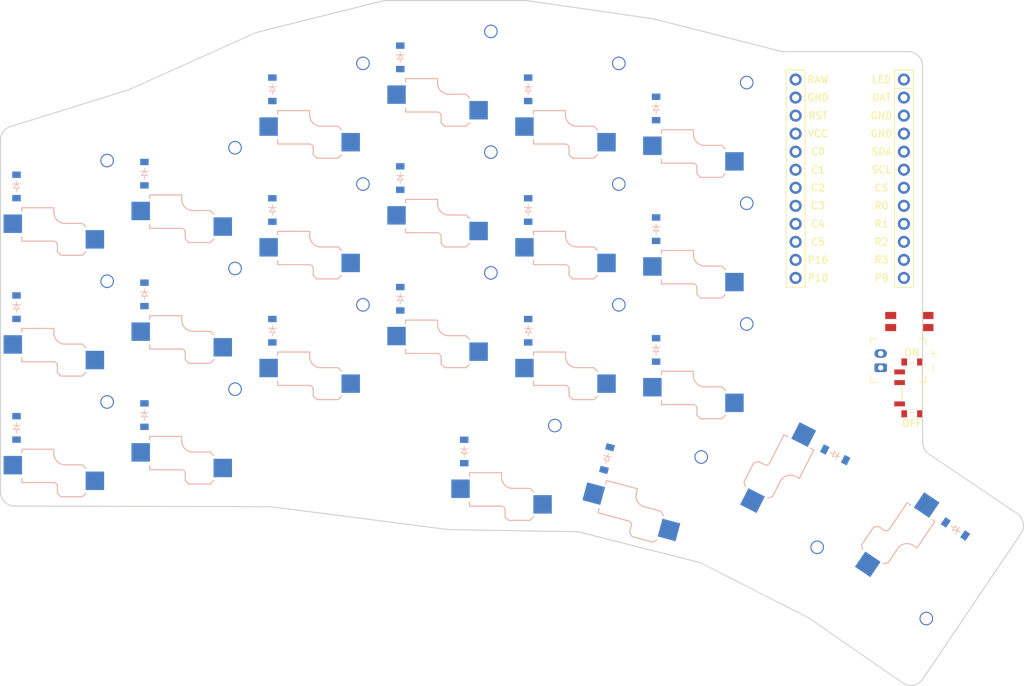
<source format=kicad_pcb>
(kicad_pcb (version 20240108) (generator "ergogen") (generator_version "4.1.0")
  (title_block (title "scyboard") (date "2025-06-05") (rev "1") (company "Scybin"))
  (layers (0 "F.Cu" signal) (31 "B.Cu" signal) (34 "B.Paste" user) (35 "F.Paste" user) (36 "B.SilkS" user "B.Silkscreen") (37 "F.SilkS" user "F.Silkscreen") (38 "B.Mask" user) (39 "F.Mask" user) (44 "Edge.Cuts" user))
  (net 0 "")
  (net 1 "C0")
  (net 2 "outer_bottom_B")
  (net 3 "GND")
  (net 4 "D1")
  (net 5 "D2")
  (net 6 "outer_home_B")
  (net 7 "outer_top_B")
  (net 8 "C1")
  (net 9 "pinky_bottom_B")
  (net 10 "pinky_home_B")
  (net 11 "pinky_top_B")
  (net 12 "C2")
  (net 13 "ring_bottom_B")
  (net 14 "ring_home_B")
  (net 15 "ring_top_B")
  (net 16 "C3")
  (net 17 "middle_bottom_B")
  (net 18 "middle_home_B")
  (net 19 "middle_top_B")
  (net 20 "C4")
  (net 21 "index_bottom_B")
  (net 22 "index_home_B")
  (net 23 "index_top_B")
  (net 24 "C5")
  (net 25 "inner_bottom_B")
  (net 26 "inner_home_B")
  (net 27 "inner_top_B")
  (net 28 "tuck_cluster_B")
  (net 29 "layer_cluster_B")
  (net 30 "space_cluster_B")
  (net 31 "reach_cluster_B")
  (net 32 "R2")
  (net 33 "R1")
  (net 34 "R0")
  (net 35 "R3")
  (net 36 "RAW")
  (net 37 "RST")
  (net 38 "VCC")
  (net 39 "P16")
  (net 40 "P10")
  (net 41 "LED")
  (net 42 "DAT")
  (net 43 "SDA")
  (net 44 "SCL")
  (net 45 "CS")
  (net 46 "P9")
  (net 47 "P101")
  (net 48 "P102")
  (net 49 "P107")
  (net 50 "MCU1_24")
  (net 51 "MCU1_1")
  (net 52 "MCU1_23")
  (net 53 "MCU1_2")
  (net 54 "MCU1_22")
  (net 55 "MCU1_3")
  (net 56 "MCU1_21")
  (net 57 "MCU1_4")
  (net 58 "MCU1_20")
  (net 59 "MCU1_5")
  (net 60 "MCU1_19")
  (net 61 "MCU1_6")
  (net 62 "MCU1_18")
  (net 63 "MCU1_7")
  (net 64 "MCU1_17")
  (net 65 "MCU1_8")
  (net 66 "MCU1_16")
  (net 67 "MCU1_9")
  (net 68 "MCU1_15")
  (net 69 "MCU1_10")
  (net 70 "MCU1_14")
  (net 71 "MCU1_11")
  (net 72 "MCU1_13")
  (net 73 "MCU1_12")
  (net 74 "BAT_P")
  (net 75 "JST1_1")
  (net 76 "JST1_2")
  (footprint "ceoloide:switch_choc_v1_v2" (layer "B.Cu") (at 50 100 180)
    (property "Reference" "S1" hide)
    (pad "" np_thru_hole circle (at 0 0 180) (size 5 5) (drill 5) (layers "*.Cu" "*.Mask"))
    (pad "" np_thru_hole circle (at 5.5 0 180) (size 1.9 1.9) (drill 1.9) (layers "*.Cu" "*.Mask"))
    (pad "" np_thru_hole circle (at -5.5 0 180) (size 1.9 1.9) (drill 1.9) (layers "*.Cu" "*.Mask"))
    (pad "" thru_hole circle (at -5.00 5.15 180) (size 1.9 1.9) (drill 1.6) (layers "*.Cu" "*.Mask"))
    (pad "" np_thru_hole circle (at 0 -5.95 180) (size 3 3) (drill 3) (layers "*.Cu" "*.Mask"))
    (pad "1" smd rect (at -3.275 -5.95 180) (size 2.6 2.6) (layers "B.Cu" "B.Paste" "B.Mask") (net 1 "C0"))
    (pad "2" smd rect (at 8.275 -3.75 180) (size 2.6 2.6) (layers "B.Cu" "B.Paste" "B.Mask") (net 2 "outer_bottom_B"))
    (pad "" np_thru_hole circle (at 5 -3.75 375) (size 3 3) (drill 3) (layers "*.Cu" "*.Mask"))
  )
  (footprint "ceoloide:switch_choc_v1_v2" (layer "B.Cu") (at 50 83 180)
    (property "Reference" "S2" hide)
    (pad "" np_thru_hole circle (at 0 0 180) (size 5 5) (drill 5) (layers "*.Cu" "*.Mask"))
    (pad "" np_thru_hole circle (at 5.5 0 180) (size 1.9 1.9) (drill 1.9) (layers "*.Cu" "*.Mask"))
    (pad "" np_thru_hole circle (at -5.5 0 180) (size 1.9 1.9) (drill 1.9) (layers "*.Cu" "*.Mask"))
    (pad "" thru_hole circle (at -5.00 5.15 180) (size 1.9 1.9) (drill 1.6) (layers "*.Cu" "*.Mask"))
    (pad "" np_thru_hole circle (at 0 -5.95 180) (size 3 3) (drill 3) (layers "*.Cu" "*.Mask"))
    (pad "1" smd rect (at -3.275 -5.95 180) (size 2.6 2.6) (layers "B.Cu" "B.Paste" "B.Mask") (net 1 "C0"))
    (pad "2" smd rect (at 8.275 -3.75 180) (size 2.6 2.6) (layers "B.Cu" "B.Paste" "B.Mask") (net 6 "outer_home_B"))
    (pad "" np_thru_hole circle (at 5 -3.75 375) (size 3 3) (drill 3) (layers "*.Cu" "*.Mask"))
  )
  (footprint "ceoloide:switch_choc_v1_v2" (layer "B.Cu") (at 50 66 180)
    (property "Reference" "S3" hide)
    (pad "" np_thru_hole circle (at 0 0 180) (size 5 5) (drill 5) (layers "*.Cu" "*.Mask"))
    (pad "" np_thru_hole circle (at 5.5 0 180) (size 1.9 1.9) (drill 1.9) (layers "*.Cu" "*.Mask"))
    (pad "" np_thru_hole circle (at -5.5 0 180) (size 1.9 1.9) (drill 1.9) (layers "*.Cu" "*.Mask"))
    (pad "" thru_hole circle (at -5.00 5.15 180) (size 1.9 1.9) (drill 1.6) (layers "*.Cu" "*.Mask"))
    (pad "" np_thru_hole circle (at 0 -5.95 180) (size 3 3) (drill 3) (layers "*.Cu" "*.Mask"))
    (pad "1" smd rect (at -3.275 -5.95 180) (size 2.6 2.6) (layers "B.Cu" "B.Paste" "B.Mask") (net 1 "C0"))
    (pad "2" smd rect (at 8.275 -3.75 180) (size 2.6 2.6) (layers "B.Cu" "B.Paste" "B.Mask") (net 7 "outer_top_B"))
    (pad "" np_thru_hole circle (at 5 -3.75 375) (size 3 3) (drill 3) (layers "*.Cu" "*.Mask"))
  )
  (footprint "ceoloide:switch_choc_v1_v2" (layer "B.Cu") (at 68 98.2 180)
    (property "Reference" "S4" hide)
    (pad "" np_thru_hole circle (at 0 0 180) (size 5 5) (drill 5) (layers "*.Cu" "*.Mask"))
    (pad "" np_thru_hole circle (at 5.5 0 180) (size 1.9 1.9) (drill 1.9) (layers "*.Cu" "*.Mask"))
    (pad "" np_thru_hole circle (at -5.5 0 180) (size 1.9 1.9) (drill 1.9) (layers "*.Cu" "*.Mask"))
    (pad "" thru_hole circle (at -5.00 5.15 180) (size 1.9 1.9) (drill 1.6) (layers "*.Cu" "*.Mask"))
    (pad "" np_thru_hole circle (at 0 -5.95 180) (size 3 3) (drill 3) (layers "*.Cu" "*.Mask"))
    (pad "1" smd rect (at -3.275 -5.95 180) (size 2.6 2.6) (layers "B.Cu" "B.Paste" "B.Mask") (net 8 "C1"))
    (pad "2" smd rect (at 8.275 -3.75 180) (size 2.6 2.6) (layers "B.Cu" "B.Paste" "B.Mask") (net 9 "pinky_bottom_B"))
    (pad "" np_thru_hole circle (at 5 -3.75 375) (size 3 3) (drill 3) (layers "*.Cu" "*.Mask"))
  )
  (footprint "ceoloide:switch_choc_v1_v2" (layer "B.Cu") (at 68 81.2 180)
    (property "Reference" "S5" hide)
    (pad "" np_thru_hole circle (at 0 0 180) (size 5 5) (drill 5) (layers "*.Cu" "*.Mask"))
    (pad "" np_thru_hole circle (at 5.5 0 180) (size 1.9 1.9) (drill 1.9) (layers "*.Cu" "*.Mask"))
    (pad "" np_thru_hole circle (at -5.5 0 180) (size 1.9 1.9) (drill 1.9) (layers "*.Cu" "*.Mask"))
    (pad "" thru_hole circle (at -5.00 5.15 180) (size 1.9 1.9) (drill 1.6) (layers "*.Cu" "*.Mask"))
    (pad "" np_thru_hole circle (at 0 -5.95 180) (size 3 3) (drill 3) (layers "*.Cu" "*.Mask"))
    (pad "1" smd rect (at -3.275 -5.95 180) (size 2.6 2.6) (layers "B.Cu" "B.Paste" "B.Mask") (net 8 "C1"))
    (pad "2" smd rect (at 8.275 -3.75 180) (size 2.6 2.6) (layers "B.Cu" "B.Paste" "B.Mask") (net 10 "pinky_home_B"))
    (pad "" np_thru_hole circle (at 5 -3.75 375) (size 3 3) (drill 3) (layers "*.Cu" "*.Mask"))
  )
  (footprint "ceoloide:switch_choc_v1_v2" (layer "B.Cu") (at 68 64.2 180)
    (property "Reference" "S6" hide)
    (pad "" np_thru_hole circle (at 0 0 180) (size 5 5) (drill 5) (layers "*.Cu" "*.Mask"))
    (pad "" np_thru_hole circle (at 5.5 0 180) (size 1.9 1.9) (drill 1.9) (layers "*.Cu" "*.Mask"))
    (pad "" np_thru_hole circle (at -5.5 0 180) (size 1.9 1.9) (drill 1.9) (layers "*.Cu" "*.Mask"))
    (pad "" thru_hole circle (at -5.00 5.15 180) (size 1.9 1.9) (drill 1.6) (layers "*.Cu" "*.Mask"))
    (pad "" np_thru_hole circle (at 0 -5.95 180) (size 3 3) (drill 3) (layers "*.Cu" "*.Mask"))
    (pad "1" smd rect (at -3.275 -5.95 180) (size 2.6 2.6) (layers "B.Cu" "B.Paste" "B.Mask") (net 8 "C1"))
    (pad "2" smd rect (at 8.275 -3.75 180) (size 2.6 2.6) (layers "B.Cu" "B.Paste" "B.Mask") (net 11 "pinky_top_B"))
    (pad "" np_thru_hole circle (at 5 -3.75 375) (size 3 3) (drill 3) (layers "*.Cu" "*.Mask"))
  )
  (footprint "ceoloide:switch_choc_v1_v2" (layer "B.Cu") (at 86 86.32 180)
    (property "Reference" "S7" hide)
    (pad "" np_thru_hole circle (at 0 0 180) (size 5 5) (drill 5) (layers "*.Cu" "*.Mask"))
    (pad "" np_thru_hole circle (at 5.5 0 180) (size 1.9 1.9) (drill 1.9) (layers "*.Cu" "*.Mask"))
    (pad "" np_thru_hole circle (at -5.5 0 180) (size 1.9 1.9) (drill 1.9) (layers "*.Cu" "*.Mask"))
    (pad "" thru_hole circle (at -5.00 5.15 180) (size 1.9 1.9) (drill 1.6) (layers "*.Cu" "*.Mask"))
    (pad "" np_thru_hole circle (at 0 -5.95 180) (size 3 3) (drill 3) (layers "*.Cu" "*.Mask"))
    (pad "1" smd rect (at -3.275 -5.95 180) (size 2.6 2.6) (layers "B.Cu" "B.Paste" "B.Mask") (net 12 "C2"))
    (pad "2" smd rect (at 8.275 -3.75 180) (size 2.6 2.6) (layers "B.Cu" "B.Paste" "B.Mask") (net 13 "ring_bottom_B"))
    (pad "" np_thru_hole circle (at 5 -3.75 375) (size 3 3) (drill 3) (layers "*.Cu" "*.Mask"))
  )
  (footprint "ceoloide:switch_choc_v1_v2" (layer "B.Cu") (at 86 69.32 180)
    (property "Reference" "S8" hide)
    (pad "" np_thru_hole circle (at 0 0 180) (size 5 5) (drill 5) (layers "*.Cu" "*.Mask"))
    (pad "" np_thru_hole circle (at 5.5 0 180) (size 1.9 1.9) (drill 1.9) (layers "*.Cu" "*.Mask"))
    (pad "" np_thru_hole circle (at -5.5 0 180) (size 1.9 1.9) (drill 1.9) (layers "*.Cu" "*.Mask"))
    (pad "" thru_hole circle (at -5.00 5.15 180) (size 1.9 1.9) (drill 1.6) (layers "*.Cu" "*.Mask"))
    (pad "" np_thru_hole circle (at 0 -5.95 180) (size 3 3) (drill 3) (layers "*.Cu" "*.Mask"))
    (pad "1" smd rect (at -3.275 -5.95 180) (size 2.6 2.6) (layers "B.Cu" "B.Paste" "B.Mask") (net 12 "C2"))
    (pad "2" smd rect (at 8.275 -3.75 180) (size 2.6 2.6) (layers "B.Cu" "B.Paste" "B.Mask") (net 14 "ring_home_B"))
    (pad "" np_thru_hole circle (at 5 -3.75 375) (size 3 3) (drill 3) (layers "*.Cu" "*.Mask"))
  )
  (footprint "ceoloide:switch_choc_v1_v2" (layer "B.Cu") (at 86 52.31999999999999 180)
    (property "Reference" "S9" hide)
    (pad "" np_thru_hole circle (at 0 0 180) (size 5 5) (drill 5) (layers "*.Cu" "*.Mask"))
    (pad "" np_thru_hole circle (at 5.5 0 180) (size 1.9 1.9) (drill 1.9) (layers "*.Cu" "*.Mask"))
    (pad "" np_thru_hole circle (at -5.5 0 180) (size 1.9 1.9) (drill 1.9) (layers "*.Cu" "*.Mask"))
    (pad "" thru_hole circle (at -5.00 5.15 180) (size 1.9 1.9) (drill 1.6) (layers "*.Cu" "*.Mask"))
    (pad "" np_thru_hole circle (at 0 -5.95 180) (size 3 3) (drill 3) (layers "*.Cu" "*.Mask"))
    (pad "1" smd rect (at -3.275 -5.95 180) (size 2.6 2.6) (layers "B.Cu" "B.Paste" "B.Mask") (net 12 "C2"))
    (pad "2" smd rect (at 8.275 -3.75 180) (size 2.6 2.6) (layers "B.Cu" "B.Paste" "B.Mask") (net 15 "ring_top_B"))
    (pad "" np_thru_hole circle (at 5 -3.75 375) (size 3 3) (drill 3) (layers "*.Cu" "*.Mask"))
  )
  (footprint "ceoloide:switch_choc_v1_v2" (layer "B.Cu") (at 104 81.82 180)
    (property "Reference" "S10" hide)
    (pad "" np_thru_hole circle (at 0 0 180) (size 5 5) (drill 5) (layers "*.Cu" "*.Mask"))
    (pad "" np_thru_hole circle (at 5.5 0 180) (size 1.9 1.9) (drill 1.9) (layers "*.Cu" "*.Mask"))
    (pad "" np_thru_hole circle (at -5.5 0 180) (size 1.9 1.9) (drill 1.9) (layers "*.Cu" "*.Mask"))
    (pad "" thru_hole circle (at -5.00 5.15 180) (size 1.9 1.9) (drill 1.6) (layers "*.Cu" "*.Mask"))
    (pad "" np_thru_hole circle (at 0 -5.95 180) (size 3 3) (drill 3) (layers "*.Cu" "*.Mask"))
    (pad "1" smd rect (at -3.275 -5.95 180) (size 2.6 2.6) (layers "B.Cu" "B.Paste" "B.Mask") (net 16 "C3"))
    (pad "2" smd rect (at 8.275 -3.75 180) (size 2.6 2.6) (layers "B.Cu" "B.Paste" "B.Mask") (net 17 "middle_bottom_B"))
    (pad "" np_thru_hole circle (at 5 -3.75 375) (size 3 3) (drill 3) (layers "*.Cu" "*.Mask"))
  )
  (footprint "ceoloide:switch_choc_v1_v2" (layer "B.Cu") (at 104 64.82 180)
    (property "Reference" "S11" hide)
    (pad "" np_thru_hole circle (at 0 0 180) (size 5 5) (drill 5) (layers "*.Cu" "*.Mask"))
    (pad "" np_thru_hole circle (at 5.5 0 180) (size 1.9 1.9) (drill 1.9) (layers "*.Cu" "*.Mask"))
    (pad "" np_thru_hole circle (at -5.5 0 180) (size 1.9 1.9) (drill 1.9) (layers "*.Cu" "*.Mask"))
    (pad "" thru_hole circle (at -5.00 5.15 180) (size 1.9 1.9) (drill 1.6) (layers "*.Cu" "*.Mask"))
    (pad "" np_thru_hole circle (at 0 -5.95 180) (size 3 3) (drill 3) (layers "*.Cu" "*.Mask"))
    (pad "1" smd rect (at -3.275 -5.95 180) (size 2.6 2.6) (layers "B.Cu" "B.Paste" "B.Mask") (net 16 "C3"))
    (pad "2" smd rect (at 8.275 -3.75 180) (size 2.6 2.6) (layers "B.Cu" "B.Paste" "B.Mask") (net 18 "middle_home_B"))
    (pad "" np_thru_hole circle (at 5 -3.75 375) (size 3 3) (drill 3) (layers "*.Cu" "*.Mask"))
  )
  (footprint "ceoloide:switch_choc_v1_v2" (layer "B.Cu") (at 104 47.81999999999999 180)
    (property "Reference" "S12" hide)
    (pad "" np_thru_hole circle (at 0 0 180) (size 5 5) (drill 5) (layers "*.Cu" "*.Mask"))
    (pad "" np_thru_hole circle (at 5.5 0 180) (size 1.9 1.9) (drill 1.9) (layers "*.Cu" "*.Mask"))
    (pad "" np_thru_hole circle (at -5.5 0 180) (size 1.9 1.9) (drill 1.9) (layers "*.Cu" "*.Mask"))
    (pad "" thru_hole circle (at -5.00 5.15 180) (size 1.9 1.9) (drill 1.6) (layers "*.Cu" "*.Mask"))
    (pad "" np_thru_hole circle (at 0 -5.95 180) (size 3 3) (drill 3) (layers "*.Cu" "*.Mask"))
    (pad "1" smd rect (at -3.275 -5.95 180) (size 2.6 2.6) (layers "B.Cu" "B.Paste" "B.Mask") (net 16 "C3"))
    (pad "2" smd rect (at 8.275 -3.75 180) (size 2.6 2.6) (layers "B.Cu" "B.Paste" "B.Mask") (net 19 "middle_top_B"))
    (pad "" np_thru_hole circle (at 5 -3.75 375) (size 3 3) (drill 3) (layers "*.Cu" "*.Mask"))
  )
  (footprint "ceoloide:switch_choc_v1_v2" (layer "B.Cu") (at 122 86.32 180)
    (property "Reference" "S13" hide)
    (pad "" np_thru_hole circle (at 0 0 180) (size 5 5) (drill 5) (layers "*.Cu" "*.Mask"))
    (pad "" np_thru_hole circle (at 5.5 0 180) (size 1.9 1.9) (drill 1.9) (layers "*.Cu" "*.Mask"))
    (pad "" np_thru_hole circle (at -5.5 0 180) (size 1.9 1.9) (drill 1.9) (layers "*.Cu" "*.Mask"))
    (pad "" thru_hole circle (at -5.00 5.15 180) (size 1.9 1.9) (drill 1.6) (layers "*.Cu" "*.Mask"))
    (pad "" np_thru_hole circle (at 0 -5.95 180) (size 3 3) (drill 3) (layers "*.Cu" "*.Mask"))
    (pad "1" smd rect (at -3.275 -5.95 180) (size 2.6 2.6) (layers "B.Cu" "B.Paste" "B.Mask") (net 20 "C4"))
    (pad "2" smd rect (at 8.275 -3.75 180) (size 2.6 2.6) (layers "B.Cu" "B.Paste" "B.Mask") (net 21 "index_bottom_B"))
    (pad "" np_thru_hole circle (at 5 -3.75 375) (size 3 3) (drill 3) (layers "*.Cu" "*.Mask"))
  )
  (footprint "ceoloide:switch_choc_v1_v2" (layer "B.Cu") (at 122 69.32 180)
    (property "Reference" "S14" hide)
    (pad "" np_thru_hole circle (at 0 0 180) (size 5 5) (drill 5) (layers "*.Cu" "*.Mask"))
    (pad "" np_thru_hole circle (at 5.5 0 180) (size 1.9 1.9) (drill 1.9) (layers "*.Cu" "*.Mask"))
    (pad "" np_thru_hole circle (at -5.5 0 180) (size 1.9 1.9) (drill 1.9) (layers "*.Cu" "*.Mask"))
    (pad "" thru_hole circle (at -5.00 5.15 180) (size 1.9 1.9) (drill 1.6) (layers "*.Cu" "*.Mask"))
    (pad "" np_thru_hole circle (at 0 -5.95 180) (size 3 3) (drill 3) (layers "*.Cu" "*.Mask"))
    (pad "1" smd rect (at -3.275 -5.95 180) (size 2.6 2.6) (layers "B.Cu" "B.Paste" "B.Mask") (net 20 "C4"))
    (pad "2" smd rect (at 8.275 -3.75 180) (size 2.6 2.6) (layers "B.Cu" "B.Paste" "B.Mask") (net 22 "index_home_B"))
    (pad "" np_thru_hole circle (at 5 -3.75 375) (size 3 3) (drill 3) (layers "*.Cu" "*.Mask"))
  )
  (footprint "ceoloide:switch_choc_v1_v2" (layer "B.Cu") (at 122 52.31999999999999 180)
    (property "Reference" "S15" hide)
    (pad "" np_thru_hole circle (at 0 0 180) (size 5 5) (drill 5) (layers "*.Cu" "*.Mask"))
    (pad "" np_thru_hole circle (at 5.5 0 180) (size 1.9 1.9) (drill 1.9) (layers "*.Cu" "*.Mask"))
    (pad "" np_thru_hole circle (at -5.5 0 180) (size 1.9 1.9) (drill 1.9) (layers "*.Cu" "*.Mask"))
    (pad "" thru_hole circle (at -5.00 5.15 180) (size 1.9 1.9) (drill 1.6) (layers "*.Cu" "*.Mask"))
    (pad "" np_thru_hole circle (at 0 -5.95 180) (size 3 3) (drill 3) (layers "*.Cu" "*.Mask"))
    (pad "1" smd rect (at -3.275 -5.95 180) (size 2.6 2.6) (layers "B.Cu" "B.Paste" "B.Mask") (net 20 "C4"))
    (pad "2" smd rect (at 8.275 -3.75 180) (size 2.6 2.6) (layers "B.Cu" "B.Paste" "B.Mask") (net 23 "index_top_B"))
    (pad "" np_thru_hole circle (at 5 -3.75 375) (size 3 3) (drill 3) (layers "*.Cu" "*.Mask"))
  )
  (footprint "ceoloide:switch_choc_v1_v2" (layer "B.Cu") (at 140 89.02 180)
    (property "Reference" "S16" hide)
    (pad "" np_thru_hole circle (at 0 0 180) (size 5 5) (drill 5) (layers "*.Cu" "*.Mask"))
    (pad "" np_thru_hole circle (at 5.5 0 180) (size 1.9 1.9) (drill 1.9) (layers "*.Cu" "*.Mask"))
    (pad "" np_thru_hole circle (at -5.5 0 180) (size 1.9 1.9) (drill 1.9) (layers "*.Cu" "*.Mask"))
    (pad "" thru_hole circle (at -5.00 5.15 180) (size 1.9 1.9) (drill 1.6) (layers "*.Cu" "*.Mask"))
    (pad "" np_thru_hole circle (at 0 -5.95 180) (size 3 3) (drill 3) (layers "*.Cu" "*.Mask"))
    (pad "1" smd rect (at -3.275 -5.95 180) (size 2.6 2.6) (layers "B.Cu" "B.Paste" "B.Mask") (net 24 "C5"))
    (pad "2" smd rect (at 8.275 -3.75 180) (size 2.6 2.6) (layers "B.Cu" "B.Paste" "B.Mask") (net 25 "inner_bottom_B"))
    (pad "" np_thru_hole circle (at 5 -3.75 375) (size 3 3) (drill 3) (layers "*.Cu" "*.Mask"))
  )
  (footprint "ceoloide:switch_choc_v1_v2" (layer "B.Cu") (at 140 72.02 180)
    (property "Reference" "S17" hide)
    (pad "" np_thru_hole circle (at 0 0 180) (size 5 5) (drill 5) (layers "*.Cu" "*.Mask"))
    (pad "" np_thru_hole circle (at 5.5 0 180) (size 1.9 1.9) (drill 1.9) (layers "*.Cu" "*.Mask"))
    (pad "" np_thru_hole circle (at -5.5 0 180) (size 1.9 1.9) (drill 1.9) (layers "*.Cu" "*.Mask"))
    (pad "" thru_hole circle (at -5.00 5.15 180) (size 1.9 1.9) (drill 1.6) (layers "*.Cu" "*.Mask"))
    (pad "" np_thru_hole circle (at 0 -5.95 180) (size 3 3) (drill 3) (layers "*.Cu" "*.Mask"))
    (pad "1" smd rect (at -3.275 -5.95 180) (size 2.6 2.6) (layers "B.Cu" "B.Paste" "B.Mask") (net 24 "C5"))
    (pad "2" smd rect (at 8.275 -3.75 180) (size 2.6 2.6) (layers "B.Cu" "B.Paste" "B.Mask") (net 26 "inner_home_B"))
    (pad "" np_thru_hole circle (at 5 -3.75 375) (size 3 3) (drill 3) (layers "*.Cu" "*.Mask"))
  )
  (footprint "ceoloide:switch_choc_v1_v2" (layer "B.Cu") (at 140 55.019999999999996 180)
    (property "Reference" "S18" hide)
    (pad "" np_thru_hole circle (at 0 0 180) (size 5 5) (drill 5) (layers "*.Cu" "*.Mask"))
    (pad "" np_thru_hole circle (at 5.5 0 180) (size 1.9 1.9) (drill 1.9) (layers "*.Cu" "*.Mask"))
    (pad "" np_thru_hole circle (at -5.5 0 180) (size 1.9 1.9) (drill 1.9) (layers "*.Cu" "*.Mask"))
    (pad "" thru_hole circle (at -5.00 5.15 180) (size 1.9 1.9) (drill 1.6) (layers "*.Cu" "*.Mask"))
    (pad "" np_thru_hole circle (at 0 -5.95 180) (size 3 3) (drill 3) (layers "*.Cu" "*.Mask"))
    (pad "1" smd rect (at -3.275 -5.95 180) (size 2.6 2.6) (layers "B.Cu" "B.Paste" "B.Mask") (net 24 "C5"))
    (pad "2" smd rect (at 8.275 -3.75 180) (size 2.6 2.6) (layers "B.Cu" "B.Paste" "B.Mask") (net 27 "inner_top_B"))
    (pad "" np_thru_hole circle (at 5 -3.75 375) (size 3 3) (drill 3) (layers "*.Cu" "*.Mask"))
  )
  (footprint "ceoloide:switch_choc_v1_v2" (layer "B.Cu") (at 113 103.32 180)
    (property "Reference" "S19" hide)
    (pad "" np_thru_hole circle (at 0 0 180) (size 5 5) (drill 5) (layers "*.Cu" "*.Mask"))
    (pad "" np_thru_hole circle (at 5.5 0 180) (size 1.9 1.9) (drill 1.9) (layers "*.Cu" "*.Mask"))
    (pad "" np_thru_hole circle (at -5.5 0 180) (size 1.9 1.9) (drill 1.9) (layers "*.Cu" "*.Mask"))
    (pad "" thru_hole circle (at -5.00 5.15 180) (size 1.9 1.9) (drill 1.6) (layers "*.Cu" "*.Mask"))
    (pad "" np_thru_hole circle (at 0 -5.95 180) (size 3 3) (drill 3) (layers "*.Cu" "*.Mask"))
    (pad "1" smd rect (at -3.275 -5.95 180) (size 2.6 2.6) (layers "B.Cu" "B.Paste" "B.Mask") (net 12 "C2"))
    (pad "2" smd rect (at 8.275 -3.75 180) (size 2.6 2.6) (layers "B.Cu" "B.Paste" "B.Mask") (net 28 "tuck_cluster_B"))
    (pad "" np_thru_hole circle (at 5 -3.75 375) (size 3 3) (drill 3) (layers "*.Cu" "*.Mask"))
  )
  (footprint "ceoloide:switch_choc_v1_v2" (layer "B.Cu") (at 132.44 106.28 165)
    (property "Reference" "S20" hide)
    (pad "" np_thru_hole circle (at 0 0 165) (size 5 5) (drill 5) (layers "*.Cu" "*.Mask"))
    (pad "" np_thru_hole circle (at 5.5 0 165) (size 1.9 1.9) (drill 1.9) (layers "*.Cu" "*.Mask"))
    (pad "" np_thru_hole circle (at -5.5 0 165) (size 1.9 1.9) (drill 1.9) (layers "*.Cu" "*.Mask"))
    (pad "" thru_hole circle (at -5.00 5.15 165) (size 1.9 1.9) (drill 1.6) (layers "*.Cu" "*.Mask"))
    (pad "" np_thru_hole circle (at 0 -5.95 165) (size 3 3) (drill 3) (layers "*.Cu" "*.Mask"))
    (pad "1" smd rect (at -3.275 -5.95 165) (size 2.6 2.6) (layers "B.Cu" "B.Paste" "B.Mask") (net 16 "C3"))
    (pad "2" smd rect (at 8.275 -3.75 165) (size 2.6 2.6) (layers "B.Cu" "B.Paste" "B.Mask") (net 29 "layer_cluster_B"))
    (pad "" np_thru_hole circle (at 5 -3.75 360) (size 3 3) (drill 3) (layers "*.Cu" "*.Mask"))
  )
  (footprint "ceoloide:switch_choc_v1_v2" (layer "B.Cu") (at 152.6 108.52 63)
    (property "Reference" "S21" hide)
    (pad "" np_thru_hole circle (at 0 0 63) (size 5 5) (drill 5) (layers "*.Cu" "*.Mask"))
    (pad "" np_thru_hole circle (at 5.5 0 63) (size 1.9 1.9) (drill 1.9) (layers "*.Cu" "*.Mask"))
    (pad "" np_thru_hole circle (at -5.5 0 63) (size 1.9 1.9) (drill 1.9) (layers "*.Cu" "*.Mask"))
    (pad "" thru_hole circle (at -5.00 5.15 63) (size 1.9 1.9) (drill 1.6) (layers "*.Cu" "*.Mask"))
    (pad "" np_thru_hole circle (at 0 -5.95 63) (size 3 3) (drill 3) (layers "*.Cu" "*.Mask"))
    (pad "1" smd rect (at -3.275 -5.95 63) (size 2.6 2.6) (layers "B.Cu" "B.Paste" "B.Mask") (net 20 "C4"))
    (pad "2" smd rect (at 8.275 -3.75 63) (size 2.6 2.6) (layers "B.Cu" "B.Paste" "B.Mask") (net 30 "space_cluster_B"))
    (pad "" np_thru_hole circle (at 5 -3.75 258) (size 3 3) (drill 3) (layers "*.Cu" "*.Mask"))
  )
  (footprint "ceoloide:switch_choc_v1_v2" (layer "B.Cu") (at 168.8 118.32 56)
    (property "Reference" "S22" hide)
    (pad "" np_thru_hole circle (at 0 0 56) (size 5 5) (drill 5) (layers "*.Cu" "*.Mask"))
    (pad "" np_thru_hole circle (at 5.5 0 56) (size 1.9 1.9) (drill 1.9) (layers "*.Cu" "*.Mask"))
    (pad "" np_thru_hole circle (at -5.5 0 56) (size 1.9 1.9) (drill 1.9) (layers "*.Cu" "*.Mask"))
    (pad "" thru_hole circle (at -5.00 5.15 56) (size 1.9 1.9) (drill 1.6) (layers "*.Cu" "*.Mask"))
    (pad "" np_thru_hole circle (at 0 -5.95 56) (size 3 3) (drill 3) (layers "*.Cu" "*.Mask"))
    (pad "1" smd rect (at -3.275 -5.95 56) (size 2.6 2.6) (layers "B.Cu" "B.Paste" "B.Mask") (net 24 "C5"))
    (pad "2" smd rect (at 8.275 -3.75 56) (size 2.6 2.6) (layers "B.Cu" "B.Paste" "B.Mask") (net 31 "reach_cluster_B"))
    (pad "" np_thru_hole circle (at 5 -3.75 251) (size 3 3) (drill 3) (layers "*.Cu" "*.Mask"))
  )
  (footprint "ceoloide:diode_tht_sod123" (layer "B.Cu") (at 42.25 98.5 -90)
    (property "Reference" "D1" hide)
    (pad "1" smd rect (at -1.65 0 -90) (size 0.9 1.2) (layers "B.Cu" "B.Paste" "B.Mask") (net 32 "R2"))
    (pad "2" smd rect (at 1.65 0 -90) (size 0.9 1.2) (layers "B.Cu" "B.Paste" "B.Mask") (net 2 "outer_bottom_B"))
  )
  (footprint "ceoloide:diode_tht_sod123" (layer "B.Cu") (at 42.25 81.5 -90)
    (property "Reference" "D2" hide)
    (pad "1" smd rect (at -1.65 0 -90) (size 0.9 1.2) (layers "B.Cu" "B.Paste" "B.Mask") (net 33 "R1"))
    (pad "2" smd rect (at 1.65 0 -90) (size 0.9 1.2) (layers "B.Cu" "B.Paste" "B.Mask") (net 6 "outer_home_B"))
  )
  (footprint "ceoloide:diode_tht_sod123" (layer "B.Cu") (at 42.25 64.5 -90)
    (property "Reference" "D3" hide)
    (pad "1" smd rect (at -1.65 0 -90) (size 0.9 1.2) (layers "B.Cu" "B.Paste" "B.Mask") (net 34 "R0"))
    (pad "2" smd rect (at 1.65 0 -90) (size 0.9 1.2) (layers "B.Cu" "B.Paste" "B.Mask") (net 7 "outer_top_B"))
  )
  (footprint "ceoloide:diode_tht_sod123" (layer "B.Cu") (at 60.25 96.7 -90)
    (property "Reference" "D4" hide)
    (pad "1" smd rect (at -1.65 0 -90) (size 0.9 1.2) (layers "B.Cu" "B.Paste" "B.Mask") (net 32 "R2"))
    (pad "2" smd rect (at 1.65 0 -90) (size 0.9 1.2) (layers "B.Cu" "B.Paste" "B.Mask") (net 9 "pinky_bottom_B"))
  )
  (footprint "ceoloide:diode_tht_sod123" (layer "B.Cu") (at 60.25 79.7 -90)
    (property "Reference" "D5" hide)
    (pad "1" smd rect (at -1.65 0 -90) (size 0.9 1.2) (layers "B.Cu" "B.Paste" "B.Mask") (net 33 "R1"))
    (pad "2" smd rect (at 1.65 0 -90) (size 0.9 1.2) (layers "B.Cu" "B.Paste" "B.Mask") (net 10 "pinky_home_B"))
  )
  (footprint "ceoloide:diode_tht_sod123" (layer "B.Cu") (at 60.25 62.7 -90)
    (property "Reference" "D6" hide)
    (pad "1" smd rect (at -1.65 0 -90) (size 0.9 1.2) (layers "B.Cu" "B.Paste" "B.Mask") (net 34 "R0"))
    (pad "2" smd rect (at 1.65 0 -90) (size 0.9 1.2) (layers "B.Cu" "B.Paste" "B.Mask") (net 11 "pinky_top_B"))
  )
  (footprint "ceoloide:diode_tht_sod123" (layer "B.Cu") (at 78.25 84.82 -90)
    (property "Reference" "D7" hide)
    (pad "1" smd rect (at -1.65 0 -90) (size 0.9 1.2) (layers "B.Cu" "B.Paste" "B.Mask") (net 32 "R2"))
    (pad "2" smd rect (at 1.65 0 -90) (size 0.9 1.2) (layers "B.Cu" "B.Paste" "B.Mask") (net 13 "ring_bottom_B"))
  )
  (footprint "ceoloide:diode_tht_sod123" (layer "B.Cu") (at 78.25 67.82 -90)
    (property "Reference" "D8" hide)
    (pad "1" smd rect (at -1.65 0 -90) (size 0.9 1.2) (layers "B.Cu" "B.Paste" "B.Mask") (net 33 "R1"))
    (pad "2" smd rect (at 1.65 0 -90) (size 0.9 1.2) (layers "B.Cu" "B.Paste" "B.Mask") (net 14 "ring_home_B"))
  )
  (footprint "ceoloide:diode_tht_sod123" (layer "B.Cu") (at 78.25 50.81999999999999 -90)
    (property "Reference" "D9" hide)
    (pad "1" smd rect (at -1.65 0 -90) (size 0.9 1.2) (layers "B.Cu" "B.Paste" "B.Mask") (net 34 "R0"))
    (pad "2" smd rect (at 1.65 0 -90) (size 0.9 1.2) (layers "B.Cu" "B.Paste" "B.Mask") (net 15 "ring_top_B"))
  )
  (footprint "ceoloide:diode_tht_sod123" (layer "B.Cu") (at 96.25 80.32 -90)
    (property "Reference" "D10" hide)
    (pad "1" smd rect (at -1.65 0 -90) (size 0.9 1.2) (layers "B.Cu" "B.Paste" "B.Mask") (net 32 "R2"))
    (pad "2" smd rect (at 1.65 0 -90) (size 0.9 1.2) (layers "B.Cu" "B.Paste" "B.Mask") (net 17 "middle_bottom_B"))
  )
  (footprint "ceoloide:diode_tht_sod123" (layer "B.Cu") (at 96.25 63.31999999999999 -90)
    (property "Reference" "D11" hide)
    (pad "1" smd rect (at -1.65 0 -90) (size 0.9 1.2) (layers "B.Cu" "B.Paste" "B.Mask") (net 33 "R1"))
    (pad "2" smd rect (at 1.65 0 -90) (size 0.9 1.2) (layers "B.Cu" "B.Paste" "B.Mask") (net 18 "middle_home_B"))
  )
  (footprint "ceoloide:diode_tht_sod123" (layer "B.Cu") (at 96.25 46.31999999999999 -90)
    (property "Reference" "D12" hide)
    (pad "1" smd rect (at -1.65 0 -90) (size 0.9 1.2) (layers "B.Cu" "B.Paste" "B.Mask") (net 34 "R0"))
    (pad "2" smd rect (at 1.65 0 -90) (size 0.9 1.2) (layers "B.Cu" "B.Paste" "B.Mask") (net 19 "middle_top_B"))
  )
  (footprint "ceoloide:diode_tht_sod123" (layer "B.Cu") (at 114.25 84.82 -90)
    (property "Reference" "D13" hide)
    (pad "1" smd rect (at -1.65 0 -90) (size 0.9 1.2) (layers "B.Cu" "B.Paste" "B.Mask") (net 32 "R2"))
    (pad "2" smd rect (at 1.65 0 -90) (size 0.9 1.2) (layers "B.Cu" "B.Paste" "B.Mask") (net 21 "index_bottom_B"))
  )
  (footprint "ceoloide:diode_tht_sod123" (layer "B.Cu") (at 114.25 67.82 -90)
    (property "Reference" "D14" hide)
    (pad "1" smd rect (at -1.65 0 -90) (size 0.9 1.2) (layers "B.Cu" "B.Paste" "B.Mask") (net 33 "R1"))
    (pad "2" smd rect (at 1.65 0 -90) (size 0.9 1.2) (layers "B.Cu" "B.Paste" "B.Mask") (net 22 "index_home_B"))
  )
  (footprint "ceoloide:diode_tht_sod123" (layer "B.Cu") (at 114.25 50.81999999999999 -90)
    (property "Reference" "D15" hide)
    (pad "1" smd rect (at -1.65 0 -90) (size 0.9 1.2) (layers "B.Cu" "B.Paste" "B.Mask") (net 34 "R0"))
    (pad "2" smd rect (at 1.65 0 -90) (size 0.9 1.2) (layers "B.Cu" "B.Paste" "B.Mask") (net 23 "index_top_B"))
  )
  (footprint "ceoloide:diode_tht_sod123" (layer "B.Cu") (at 132.25 87.52 -90)
    (property "Reference" "D16" hide)
    (pad "1" smd rect (at -1.65 0 -90) (size 0.9 1.2) (layers "B.Cu" "B.Paste" "B.Mask") (net 32 "R2"))
    (pad "2" smd rect (at 1.65 0 -90) (size 0.9 1.2) (layers "B.Cu" "B.Paste" "B.Mask") (net 25 "inner_bottom_B"))
  )
  (footprint "ceoloide:diode_tht_sod123" (layer "B.Cu") (at 132.25 70.52 -90)
    (property "Reference" "D17" hide)
    (pad "1" smd rect (at -1.65 0 -90) (size 0.9 1.2) (layers "B.Cu" "B.Paste" "B.Mask") (net 33 "R1"))
    (pad "2" smd rect (at 1.65 0 -90) (size 0.9 1.2) (layers "B.Cu" "B.Paste" "B.Mask") (net 26 "inner_home_B"))
  )
  (footprint "ceoloide:diode_tht_sod123" (layer "B.Cu") (at 132.25 53.519999999999996 -90)
    (property "Reference" "D18" hide)
    (pad "1" smd rect (at -1.65 0 -90) (size 0.9 1.2) (layers "B.Cu" "B.Paste" "B.Mask") (net 34 "R0"))
    (pad "2" smd rect (at 1.65 0 -90) (size 0.9 1.2) (layers "B.Cu" "B.Paste" "B.Mask") (net 27 "inner_top_B"))
  )
  (footprint "ceoloide:diode_tht_sod123" (layer "B.Cu") (at 105.25 101.82 -90)
    (property "Reference" "D19" hide)
    (pad "1" smd rect (at -1.65 0 -90) (size 0.9 1.2) (layers "B.Cu" "B.Paste" "B.Mask") (net 35 "R3"))
    (pad "2" smd rect (at 1.65 0 -90) (size 0.9 1.2) (layers "B.Cu" "B.Paste" "B.Mask") (net 28 "tuck_cluster_B"))
  )
  (footprint "ceoloide:diode_tht_sod123" (layer "B.Cu") (at 125.34230339999999 102.82526370000001 -105)
    (property "Reference" "D20" hide)
    (pad "1" smd rect (at -1.65 0 -105) (size 0.9 1.2) (layers "B.Cu" "B.Paste" "B.Mask") (net 35 "R3"))
    (pad "2" smd rect (at 1.65 0 -105) (size 0.9 1.2) (layers "B.Cu" "B.Paste" "B.Mask") (net 29 "layer_cluster_B"))
  )
  (footprint "ceoloide:diode_tht_sod123" (layer "B.Cu") (at 157.4549362 102.2956852 -207)
    (property "Reference" "D21" hide)
    (pad "1" smd rect (at -1.65 0 -207) (size 0.9 1.2) (layers "B.Cu" "B.Paste" "B.Mask") (net 35 "R3"))
    (pad "2" smd rect (at 1.65 0 -207) (size 0.9 1.2) (layers "B.Cu" "B.Paste" "B.Mask") (net 30 "space_cluster_B"))
  )
  (footprint "ceoloide:diode_tht_sod123" (layer "B.Cu") (at 174.37730140000002 112.7337482 -214)
    (property "Reference" "D22" hide)
    (pad "1" smd rect (at -1.65 0 -214) (size 0.9 1.2) (layers "B.Cu" "B.Paste" "B.Mask") (net 35 "R3"))
    (pad "2" smd rect (at 1.65 0 -214) (size 0.9 1.2) (layers "B.Cu" "B.Paste" "B.Mask") (net 31 "reach_cluster_B"))
  )
  (footprint "ceoloide:mcu_nice_nano" (layer "F.Cu") (at 159.5 62.144999999999996 0)
    (property "Reference" "MCU1" hide)
    (pad "24" thru_hole circle (at -7.62 -12.7 0) (size 1.7 1.7) (drill 1) (layers "*.Cu" "*.Mask") (net 36 "RAW"))
    (pad "1" thru_hole circle (at 7.62 -12.7 0) (size 1.7 1.7) (drill 1) (layers "*.Cu" "*.Mask") (net 41 "LED"))
    (fp_text user "RAW" (at -4.47 -12.7 0) (layer "F.SilkS"))
    (fp_text user "LED" (at 4.47 -12.7 0) (layer "F.SilkS"))
    (pad "23" thru_hole circle (at -7.62 -10.16 0) (size 1.7 1.7) (drill 1) (layers "*.Cu" "*.Mask") (net 3 "GND"))
    (pad "2" thru_hole circle (at 7.62 -10.16 0) (size 1.7 1.7) (drill 1) (layers "*.Cu" "*.Mask") (net 42 "DAT"))
    (fp_text user "GND" (at -4.47 -10.16 0) (layer "F.SilkS"))
    (fp_text user "DAT" (at 4.47 -10.16 0) (layer "F.SilkS"))
    (pad "22" thru_hole circle (at -7.62 -7.619999999999999 0) (size 1.7 1.7) (drill 1) (layers "*.Cu" "*.Mask") (net 37 "RST"))
    (pad "3" thru_hole circle (at 7.62 -7.619999999999999 0) (size 1.7 1.7) (drill 1) (layers "*.Cu" "*.Mask") (net 3 "GND"))
    (fp_text user "RST" (at -4.47 -7.619999999999999 0) (layer "F.SilkS"))
    (fp_text user "GND" (at 4.47 -7.619999999999999 0) (layer "F.SilkS"))
    (pad "21" thru_hole circle (at -7.62 -5.079999999999999 0) (size 1.7 1.7) (drill 1) (layers "*.Cu" "*.Mask") (net 38 "VCC"))
    (pad "4" thru_hole circle (at 7.62 -5.079999999999999 0) (size 1.7 1.7) (drill 1) (layers "*.Cu" "*.Mask") (net 3 "GND"))
    (fp_text user "VCC" (at -4.47 -5.079999999999999 0) (layer "F.SilkS"))
    (fp_text user "GND" (at 4.47 -5.079999999999999 0) (layer "F.SilkS"))
    (pad "20" thru_hole circle (at -7.62 -2.539999999999999 0) (size 1.7 1.7) (drill 1) (layers "*.Cu" "*.Mask") (net 1 "C0"))
    (pad "5" thru_hole circle (at 7.62 -2.539999999999999 0) (size 1.7 1.7) (drill 1) (layers "*.Cu" "*.Mask") (net 43 "SDA"))
    (fp_text user "C0" (at -4.47 -2.539999999999999 0) (layer "F.SilkS"))
    (fp_text user "SDA" (at 4.47 -2.539999999999999 0) (layer "F.SilkS"))
    (pad "19" thru_hole circle (at -7.62 0 0) (size 1.7 1.7) (drill 1) (layers "*.Cu" "*.Mask") (net 8 "C1"))
    (pad "6" thru_hole circle (at 7.62 0 0) (size 1.7 1.7) (drill 1) (layers "*.Cu" "*.Mask") (net 44 "SCL"))
    (fp_text user "C1" (at -4.47 0 0) (layer "F.SilkS"))
    (fp_text user "SCL" (at 4.47 0 0) (layer "F.SilkS"))
    (pad "18" thru_hole circle (at -7.62 2.540000000000001 0) (size 1.7 1.7) (drill 1) (layers "*.Cu" "*.Mask") (net 12 "C2"))
    (pad "7" thru_hole circle (at 7.62 2.540000000000001 0) (size 1.7 1.7) (drill 1) (layers "*.Cu" "*.Mask") (net 45 "CS"))
    (fp_text user "C2" (at -4.47 2.540000000000001 0) (layer "F.SilkS"))
    (fp_text user "CS" (at 4.47 2.540000000000001 0) (layer "F.SilkS"))
    (pad "17" thru_hole circle (at -7.62 5.080000000000002 0) (size 1.7 1.7) (drill 1) (layers "*.Cu" "*.Mask") (net 16 "C3"))
    (pad "8" thru_hole circle (at 7.62 5.080000000000002 0) (size 1.7 1.7) (drill 1) (layers "*.Cu" "*.Mask") (net 34 "R0"))
    (fp_text user "C3" (at -4.47 5.080000000000002 0) (layer "F.SilkS"))
    (fp_text user "R0" (at 4.47 5.080000000000002 0) (layer "F.SilkS"))
    (pad "16" thru_hole circle (at -7.62 7.620000000000001 0) (size 1.7 1.7) (drill 1) (layers "*.Cu" "*.Mask") (net 20 "C4"))
    (pad "9" thru_hole circle (at 7.62 7.620000000000001 0) (size 1.7 1.7) (drill 1) (layers "*.Cu" "*.Mask") (net 33 "R1"))
    (fp_text user "C4" (at -4.47 7.620000000000001 0) (layer "F.SilkS"))
    (fp_text user "R1" (at 4.47 7.620000000000001 0) (layer "F.SilkS"))
    (pad "15" thru_hole circle (at -7.62 10.16 0) (size 1.7 1.7) (drill 1) (layers "*.Cu" "*.Mask") (net 24 "C5"))
    (pad "10" thru_hole circle (at 7.62 10.16 0) (size 1.7 1.7) (drill 1) (layers "*.Cu" "*.Mask") (net 32 "R2"))
    (fp_text user "C5" (at -4.47 10.16 0) (layer "F.SilkS"))
    (fp_text user "R2" (at 4.47 10.16 0) (layer "F.SilkS"))
    (pad "14" thru_hole circle (at -7.62 12.7 0) (size 1.7 1.7) (drill 1) (layers "*.Cu" "*.Mask") (net 39 "P16"))
    (pad "11" thru_hole circle (at 7.62 12.7 0) (size 1.7 1.7) (drill 1) (layers "*.Cu" "*.Mask") (net 35 "R3"))
    (fp_text user "P16" (at -4.47 12.7 0) (layer "F.SilkS"))
    (fp_text user "R3" (at 4.47 12.7 0) (layer "F.SilkS"))
    (pad "13" thru_hole circle (at -7.62 15.240000000000002 0) (size 1.7 1.7) (drill 1) (layers "*.Cu" "*.Mask") (net 40 "P10"))
    (pad "12" thru_hole circle (at 7.62 15.240000000000002 0) (size 1.7 1.7) (drill 1) (layers "*.Cu" "*.Mask") (net 46 "P9"))
    (fp_text user "P10" (at -4.47 15.240000000000002 0) (layer "F.SilkS"))
    (fp_text user "P9" (at 4.47 15.240000000000002 0) (layer "F.SilkS"))
  )
  (footprint "ceoloide:power_switch_smd_side" (layer "F.Cu") (at 168.25 92.87 0)
    (property "Reference" "PWR1" hide)
    (pad "" smd rect (at 1.125 -3.65 90) (size 1 0.8) (layers "F.Cu" "F.Paste" "F.Mask"))
    (pad "" smd rect (at -1.085 -3.65 90) (size 1 0.8) (layers "F.Cu" "F.Paste" "F.Mask"))
    (pad "" smd rect (at -1.085 3.65 90) (size 1 0.8) (layers "F.Cu" "F.Paste" "F.Mask"))
    (pad "" smd rect (at 1.125 3.65 90) (size 1 0.8) (layers "F.Cu" "F.Paste" "F.Mask"))
    (pad "1" smd rect (at -1.735 2.25 90) (size 0.7 1.5) (layers "F.Cu" "F.Paste" "F.Mask"))
    (pad "2" smd rect (at -1.735 -0.75 90) (size 0.7 1.5) (layers "F.Cu" "F.Paste" "F.Mask") (net 36 "RAW"))
    (pad "3" smd rect (at -1.735 -2.25 90) (size 0.7 1.5) (layers "F.Cu" "F.Paste" "F.Mask") (net 74 "BAT_P"))
    (fp_text user "ON" (at 0 -5 0) (layer "F.SilkS"))
    (fp_text user "OFF" (at 0 5 0) (layer "F.SilkS"))
    (pad "" np_thru_hole circle (at 0.025 -1.5 90) (size 0.9 0.9) (drill 0.9) (layers "*.Cu" "*.Mask"))
    (pad "" np_thru_hole circle (at 0.025 1.5 90) (size 0.9 0.9) (drill 0.9) (layers "*.Cu" "*.Mask"))
  )
  (footprint "ceoloide:reset_switch_smd_side" (layer "F.Cu") (at 167.88400000000001 83.52 0)
    (property "Reference" "RST1" hide)
    (pad "" np_thru_hole circle (at 0 -1.375 180) (size 0.75 0.75) (drill 0.75) (layers "*.Cu" "*.Mask"))
    (pad "" np_thru_hole circle (at 0 1.375 180) (size 0.75 0.75) (drill 0.75) (layers "*.Cu" "*.Mask"))
    (pad "1" smd rect (at 2.625 -0.85 180) (size 1.55 1) (layers "F.Cu" "F.Paste" "F.Mask") (net 3 "GND"))
    (pad "2" smd rect (at 2.625 0.85 180) (size 1.55 1) (layers "F.Cu" "F.Paste" "F.Mask") (net 37 "RST"))
    (pad "3" smd rect (at -2.625 -0.85 180) (size 1.55 1) (layers "F.Cu" "F.Paste" "F.Mask") (net 3 "GND"))
    (pad "4" smd rect (at -2.625 0.85 180) (size 1.55 1) (layers "F.Cu" "F.Paste" "F.Mask") (net 37 "RST"))
  )
  (footprint "ceoloide:battery_connector_jst_ph_2" (layer "F.Cu") (at 163.85 89.03 90)
    (property "Reference" "JST1" hide)
    (pad "1" thru_hole roundrect (at -1 0 90) (size 1.2 1.75) (drill 0.75) (layers "*.Cu" "*.Mask") (roundrect_rratio 0.20) (net 3 "GND"))
    (pad "2" thru_hole oval (at 1 0 90) (size 1.2 1.75) (drill 0.75) (layers "*.Cu" "*.Mask") (net 74 "BAT_P"))
  )
  (footprint "ceoloide:mounting_hole_npth" (layer "F.Cu") (at 59 74.5 0)
    (property "Reference" "MH1" hide)
    (pad "" np_thru_hole circle (at 0 0 0) (size 4.3 4.3) (drill 4.3) (layers "*.Cu" "*.Mask"))
  )
  (footprint "ceoloide:mounting_hole_npth" (layer "F.Cu") (at 59 91.5 0)
    (property "Reference" "MH2" hide)
    (pad "" np_thru_hole circle (at 0 0 0) (size 4.3 4.3) (drill 4.3) (layers "*.Cu" "*.Mask"))
  )
  (gr_line (start 40 107.50525620763159) (end 40 57.97233278666667) (layer Edge.Cuts) (stroke (width 0.15)))
  (gr_line (start 41.40586680882485 56.06261921503227) (end 57.88498226859455 50.93578329421503) (layer Edge.Cuts) (stroke (width 0.15)))
  (gr_line (start 58.109892056829516 50.850670676712085) (end 75.83814517645575 42.89265483190208) (layer Edge.Cuts) (stroke (width 0.15)))
  (gr_line (start 76.17211694998353 42.77697076250411) (end 93.76114009411766 38.37971497647058) (layer Edge.Cuts) (stroke (width 0.15)))
  (gr_line (start 94.24621130000001 38.31999999999999) (end 113.85630134615384 38.31999999999999) (layer Edge.Cuts) (stroke (width 0.15)))
  (gr_line (start 114.14222292996081 38.34054331210544) (end 131.89424748380702 40.9047246365499) (layer Edge.Cuts) (stroke (width 0.15)))
  (gr_line (start 132.10352249386952 40.946455748433316) (end 149.7563174713479 45.45772557601112) (layer Edge.Cuts) (stroke (width 0.15)))
  (gr_line (start 150.2515140652174 45.519999999999996) (end 167.75 45.519999999999996) (layer Edge.Cuts) (stroke (width 0.15)))
  (gr_line (start 169.75 98.51542841862101) (end 169.75 47.519999999999996) (layer Edge.Cuts) (stroke (width 0.15)))
  (gr_line (start 169.75002100000003 98.52458621862752) (end 169.759264185855 100.54321817510208) (layer Edge.Cuts) (stroke (width 0.15)))
  (gr_line (start 170.64085743221386 102.19213550637296) (end 183.07015956272173 110.57580569286422) (layer Edge.Cuts) (stroke (width 0.15)))
  (gr_line (start 183.60984894035056 113.35226657777469) (end 169.7551748457786 133.89266565626565) (layer Edge.Cuts) (stroke (width 0.15)))
  (gr_line (start 166.95917688213729 134.41900834941418) (end 153.79100766254024 125.30846994631611) (layer Edge.Cuts) (stroke (width 0.15)))
  (gr_line (start 153.5610658706194 125.1711853137162) (end 138.64428222305912 117.57070448342064) (layer Edge.Cuts) (stroke (width 0.15)))
  (gr_line (start 138.22698800639276 117.41384506882923) (end 121.51291840386257 113.18387459534648) (layer Edge.Cuts) (stroke (width 0.15)))
  (gr_line (start 121.05579258010626 113.12302868764931) (end 103.11141325653175 112.82186983832273) (layer Edge.Cuts) (stroke (width 0.15)))
  (gr_line (start 102.88948465819176 112.80576562397509) (end 78.1245987050759 109.61604831321378) (layer Edge.Cuts) (stroke (width 0.15)))
  (gr_line (start 77.87437230697023 109.59966940080783) (end 41.99473679973753 109.50524930736772) (layer Edge.Cuts) (stroke (width 0.15)))
  (gr_arc (start 41.4058668 56.06261928666667) (mid 40.3893687 56.78664028666667) (end 40 57.97233278666667) (layer Edge.Cuts) (stroke (width 0.15)))
  (gr_arc (start 57.8849822774194 50.93578322258063) (mid 57.9987175774194 50.89661032258063) (end 58.109892077419396 50.85067062258063) (layer Edge.Cuts) (stroke (width 0.15)))
  (gr_arc (start 76.17211695586589 42.77697078603352) (mid 76.00257055586589 42.82742088603353) (end 75.83814515586589 42.892654886033526) (layer Edge.Cuts) (stroke (width 0.15)))
  (gr_arc (start 94.24621130000001 38.31999999999999) (mid 94.00184480000001 38.334984899999995) (end 93.76114010000002 38.37971499999999) (layer Edge.Cuts) (stroke (width 0.15)))
  (gr_arc (start 114.14222294615384 38.34054329999999) (mid 113.99963064615385 38.32514239999999) (end 113.85630134615384 38.31999999999999) (layer Edge.Cuts) (stroke (width 0.15)))
  (gr_arc (start 132.10352250000005 40.94645572444444) (mid 131.99944200000004 40.92279702444444) (end 131.89424750000003 40.90472462444444) (layer Edge.Cuts) (stroke (width 0.15)))
  (gr_arc (start 149.7563174652174 45.457725599999996) (mid 150.0019655652174 45.5043704) (end 150.2515140652174 45.519999999999996) (layer Edge.Cuts) (stroke (width 0.15)))
  (gr_arc (start 169.75 47.519999999999996) (mid 169.1642136 46.1057864) (end 167.75 45.519999999999996) (layer Edge.Cuts) (stroke (width 0.15)))
  (gr_arc (start 169.75 98.51542841862101) (mid 169.7500052 98.52000731862101) (end 169.750021 98.52458621862101) (layer Edge.Cuts) (stroke (width 0.15)))
  (gr_arc (start 169.759264185855 100.54321817510285) (mid 169.995502285855 101.47704397510286) (end 170.64085738585499 102.19213547510286) (layer Edge.Cuts) (stroke (width 0.15)))
  (gr_arc (start 183.60984900908093 113.35226662413389) (mid 183.91502820908093 111.85226282413389) (end 183.07015960908092 110.57580562413389) (layer Edge.Cuts) (stroke (width 0.15)))
  (gr_arc (start 166.95917691450896 134.4190083026248) (mid 168.46709801450896 134.73975720262482) (end 169.75517481450896 133.89266560262482) (layer Edge.Cuts) (stroke (width 0.15)))
  (gr_arc (start 153.79100763016854 125.30846999310545) (mid 153.67833713016853 125.23597459310545) (end 153.56106583016853 125.17118539310545) (layer Edge.Cuts) (stroke (width 0.15)))
  (gr_arc (start 138.6442821826083 117.57070456280991) (mid 138.4400192826083 117.48061156280991) (end 138.22698798260828 117.41384516280992) (layer Edge.Cuts) (stroke (width 0.15)))
  (gr_arc (start 121.5129183800781 113.18387458932713) (mid 121.2861150800781 113.14023208932713) (end 121.0557925800781 113.12302868932713) (layer Edge.Cuts) (stroke (width 0.15)))
  (gr_arc (start 102.88948465655989 112.8057655366449) (mid 103.0002248565599 112.8169064366449) (end 103.11141325655989 112.82186983664491) (layer Edge.Cuts) (stroke (width 0.15)))
  (gr_arc (start 78.12459870670777 109.61604840054399) (mid 77.99974250670776 109.60393340054398) (end 77.87437230670777 109.59966950054398) (layer Edge.Cuts) (stroke (width 0.15)))
  (gr_arc (start 40 107.50525620763159) (mid 40.5839268 108.91760770763159) (end 41.9947368 109.50524930763159) (layer Edge.Cuts) (stroke (width 0.15)))
)
</source>
